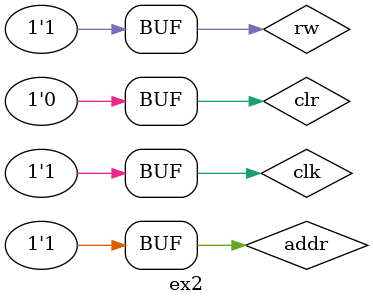
<source format=v>
`include "jkFF.v"



module ex1(input aaddr,input brw,input cclk, input din, output s, input eclr);

reg addr,rw,clk,in01,in02,in03,clr;

wire s1,outs;

and And01(s1,addr,rw,clk);

jkff J01(q,qnot,s1,in00,clk);
jkff J02(q,qnot,s1,in01,clk);
jkff J03(q,qnot,s1,in02,clk);
jkff J04(q,qnot,s1,in03,clk);

and And02(outs,qnot,addr);

endmodule

module ex2;
reg addr,rw,clk,in00,in01,in02,in03;
reg clr;
wire out01,out02;


exercicio01 EX01(addr,rw,clk,in00,out01,clr);
exercicio01 EX02(addr,rw,clk,in01,out02,clr);

initial begin 
$display ( "Guia 10 - Gabriel Benjamim de Carvalho - 396690" );
$display ( "Ex2 - Memoria RAM" );


addr = 0; 
clk = 0; 
rw = 0;
clr = 0; 

$monitor( "%4d %4b %4b", $time, out01, out02 ); 

#1 clk = 0; addr = 0; rw = 1; 
#1 clk = 0; addr = 1; rw = 0;
#1 clk = 0; addr = 1; rw = 1;
#1 clk = 1; addr = 0; rw = 0;
#1 clk = 1; addr = 0; rw = 1;
#1 clk = 1; addr = 1; rw = 0;
#1 clk = 1; addr = 1; rw = 1;

end 

endmodule


</source>
